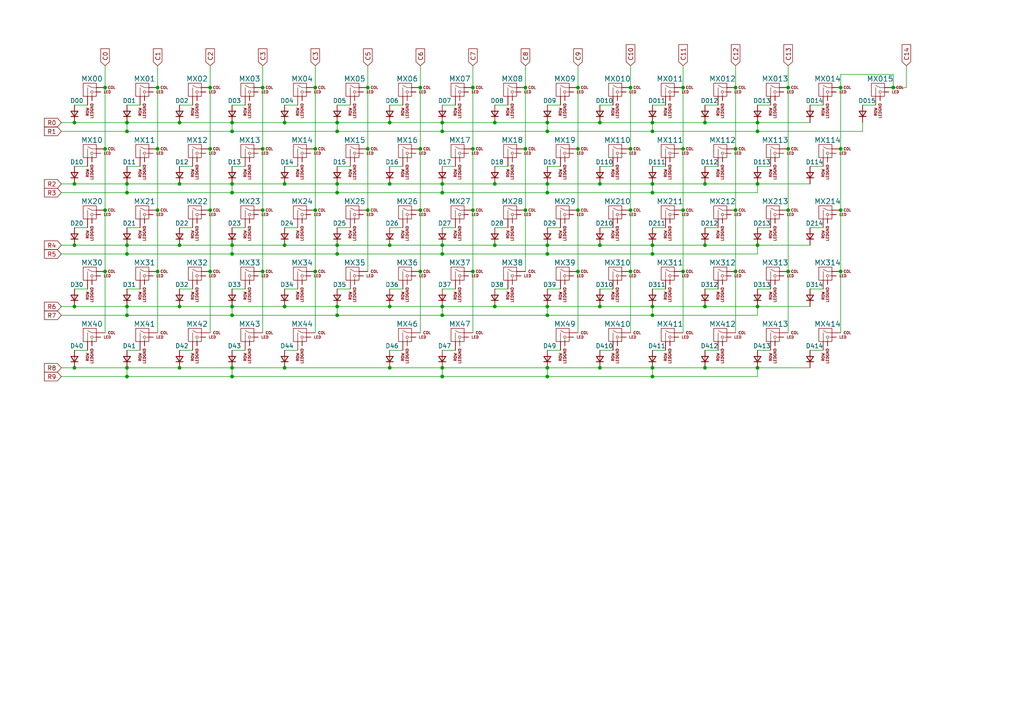
<source format=kicad_sch>
(kicad_sch (version 20211123) (generator eeschema)
  (paper "A4")
  (lib_symbols
    (symbol "Device:D_Small" (pin_numbers hide) (pin_names (offset 0.254) hide)
      (property "Reference" "D" (at -1.27 2.032 0))
      (property "Value" "D_Small" (at -3.81 -2.032 0))
      (symbol "D_Small_0_1"
        (polyline (pts (xy -0.762 -1.016) (xy -0.762 1.016)) (stroke (width 0.254)))
        (polyline (pts (xy -0.762 0) (xy 0.762 0)))
        (polyline (pts (xy 0.762 -1.016) (xy -0.762 0) (xy 0.762 1.016) (xy 0.762 -1.016)) (stroke (width 0.254)))
      )
      (symbol "D_Small_1_1"
        (pin passive line (at -2.54 0 0) (length 1.778) (name "K") (number "1"))
        (pin passive line (at 2.54 0 180) (length 1.778) (name "A") (number "2"))
      )
    )
    (symbol "MX_Alps_Hybrid:MX-LED" (pin_names (offset 1.016))
      (property "Reference" "MX" (at -0.635 3.81 0))
      (property "Value" "MX-LED" (at -0.635 1.27 0))
      (symbol "MX-LED_0_0"
        (rectangle (start -2.54 2.54) (end 1.27 -1.27))
        (polyline (pts (xy -1.27 -1.27) (xy -1.27 1.27)) (stroke (width 0.127)))
        (polyline (pts (xy 0 -1.27) (xy 0 -0.635)) (stroke (width 0.127)))
        (polyline (pts (xy 1.27 0) (xy 0.635 0)) (stroke (width 0.127)))
        (polyline (pts (xy 1.27 1.27) (xy 0 1.27) (xy -1.27 1.905)) (stroke (width 0.127)))
        (circle (center 0 0) (radius 0.3556) (stroke (width 0.127)))
        (text "COL" (at 5.715 1.27 0) (effects (font (size 0.762 0.762))))
        (text "LED" (at 4.445 0 0) (effects (font (size 0.762 0.762))))
        (text "ROW" (at -1.27 -4.445 900) (effects (font (size 0.762 0.762)) (justify right)))
      )
      (symbol "MX-LED_1_0"
        (text "LEDGND" (at 0 -3.175 900) (effects (font (size 0.762 0.762)) (justify right)))
      )
      (symbol "MX-LED_1_1"
        (pin passive line (at 3.81 1.27 180) (length 2.54) (name "COL") (number "1"))
        (pin passive line (at -1.27 -3.81 90) (length 2.54) (name "ROW") (number "2"))
        (pin input line (at 2.54 0 180) (length 1.27) (name "LED") (number "3"))
        (pin passive line (at 0 -2.54 90) (length 1.27) (name "LEDGND") (number "4"))
      )
    )
  )
  (junction (at 204.47 53.34))
  (junction (at 189.23 35.56))
  (junction (at 128.27 106.68))
  (junction (at 158.75 88.9))
  (junction (at 91.44 43.18))
  (junction (at 76.2 60.96))
  (junction (at 91.44 78.74))
  (junction (at 189.23 71.12))
  (junction (at 198.12 60.96))
  (junction (at 60.96 60.96))
  (junction (at 158.75 91.44))
  (junction (at 173.99 106.68))
  (junction (at 189.23 88.9))
  (junction (at 91.44 25.4))
  (junction (at 228.6 25.4))
  (junction (at 219.71 106.68))
  (junction (at 152.4 43.18))
  (junction (at 128.27 88.9))
  (junction (at 52.07 35.56))
  (junction (at 45.72 78.74))
  (junction (at 113.03 71.12))
  (junction (at 128.27 109.22))
  (junction (at 158.75 53.34))
  (junction (at 198.12 78.74))
  (junction (at 113.03 35.56))
  (junction (at 198.12 43.18))
  (junction (at 173.99 35.56))
  (junction (at 67.31 71.12))
  (junction (at 189.23 109.22))
  (junction (at 21.59 71.12))
  (junction (at 137.16 43.18))
  (junction (at 158.75 106.68))
  (junction (at 173.99 53.34))
  (junction (at 97.79 71.12))
  (junction (at 128.27 73.66))
  (junction (at 143.51 71.12))
  (junction (at 67.31 38.1))
  (junction (at 158.75 109.22))
  (junction (at 158.75 35.56))
  (junction (at 189.23 106.68))
  (junction (at 213.36 25.4))
  (junction (at 182.88 43.18))
  (junction (at 52.07 53.34))
  (junction (at 113.03 88.9))
  (junction (at 113.03 106.68))
  (junction (at 97.79 53.34))
  (junction (at 36.83 35.56))
  (junction (at 21.59 88.9))
  (junction (at 67.31 35.56))
  (junction (at 30.48 60.96))
  (junction (at 167.64 43.18))
  (junction (at 243.84 60.96))
  (junction (at 204.47 35.56))
  (junction (at 219.71 71.12))
  (junction (at 219.71 35.56))
  (junction (at 243.84 25.4))
  (junction (at 82.55 88.9))
  (junction (at 259.08 25.4))
  (junction (at 67.31 91.44))
  (junction (at 36.83 55.88))
  (junction (at 67.31 88.9))
  (junction (at 182.88 78.74))
  (junction (at 106.68 25.4))
  (junction (at 97.79 91.44))
  (junction (at 67.31 55.88))
  (junction (at 143.51 88.9))
  (junction (at 173.99 88.9))
  (junction (at 121.92 78.74))
  (junction (at 137.16 60.96))
  (junction (at 158.75 38.1))
  (junction (at 143.51 53.34))
  (junction (at 67.31 53.34))
  (junction (at 121.92 25.4))
  (junction (at 204.47 71.12))
  (junction (at 36.83 71.12))
  (junction (at 113.03 53.34))
  (junction (at 30.48 25.4))
  (junction (at 228.6 43.18))
  (junction (at 36.83 53.34))
  (junction (at 128.27 53.34))
  (junction (at 182.88 25.4))
  (junction (at 67.31 109.22))
  (junction (at 219.71 38.1))
  (junction (at 82.55 106.68))
  (junction (at 60.96 25.4))
  (junction (at 45.72 43.18))
  (junction (at 128.27 71.12))
  (junction (at 152.4 25.4))
  (junction (at 36.83 91.44))
  (junction (at 198.12 25.4))
  (junction (at 36.83 106.68))
  (junction (at 167.64 78.74))
  (junction (at 128.27 38.1))
  (junction (at 97.79 35.56))
  (junction (at 30.48 43.18))
  (junction (at 52.07 106.68))
  (junction (at 21.59 106.68))
  (junction (at 82.55 71.12))
  (junction (at 67.31 106.68))
  (junction (at 30.48 78.74))
  (junction (at 143.51 35.56))
  (junction (at 97.79 73.66))
  (junction (at 121.92 43.18))
  (junction (at 36.83 88.9))
  (junction (at 76.2 25.4))
  (junction (at 213.36 78.74))
  (junction (at 21.59 35.56))
  (junction (at 60.96 43.18))
  (junction (at 97.79 55.88))
  (junction (at 128.27 55.88))
  (junction (at 158.75 55.88))
  (junction (at 167.64 25.4))
  (junction (at 182.88 60.96))
  (junction (at 97.79 88.9))
  (junction (at 67.31 73.66))
  (junction (at 152.4 60.96))
  (junction (at 167.64 60.96))
  (junction (at 106.68 60.96))
  (junction (at 76.2 78.74))
  (junction (at 128.27 91.44))
  (junction (at 219.71 53.34))
  (junction (at 36.83 109.22))
  (junction (at 204.47 88.9))
  (junction (at 60.96 78.74))
  (junction (at 189.23 73.66))
  (junction (at 204.47 106.68))
  (junction (at 213.36 60.96))
  (junction (at 52.07 88.9))
  (junction (at 82.55 35.56))
  (junction (at 36.83 38.1))
  (junction (at 243.84 78.74))
  (junction (at 106.68 43.18))
  (junction (at 189.23 53.34))
  (junction (at 121.92 60.96))
  (junction (at 52.07 71.12))
  (junction (at 158.75 73.66))
  (junction (at 189.23 55.88))
  (junction (at 228.6 78.74))
  (junction (at 219.71 88.9))
  (junction (at 137.16 25.4))
  (junction (at 173.99 71.12))
  (junction (at 189.23 38.1))
  (junction (at 158.75 71.12))
  (junction (at 45.72 25.4))
  (junction (at 76.2 43.18))
  (junction (at 21.59 53.34))
  (junction (at 243.84 43.18))
  (junction (at 228.6 60.96))
  (junction (at 189.23 91.44))
  (junction (at 82.55 53.34))
  (junction (at 137.16 78.74))
  (junction (at 36.83 73.66))
  (junction (at 45.72 60.96))
  (junction (at 91.44 60.96))
  (junction (at 128.27 35.56))
  (junction (at 213.36 43.18))
  (junction (at 97.79 38.1))
  (wire (pts (xy 147.32 66.04) (xy 143.51 66.04)))
  (wire (pts (xy 21.59 30.48) (xy 25.4 30.48)))
  (wire (pts (xy 40.64 48.26) (xy 36.83 48.26)))
  (wire (pts (xy 158.75 38.1) (xy 189.23 38.1)))
  (wire (pts (xy 137.16 19.05) (xy 137.16 25.4)))
  (wire (pts (xy 128.27 106.68) (xy 128.27 109.22)))
  (wire (pts (xy 36.83 38.1) (xy 67.31 38.1)))
  (wire (pts (xy 55.88 66.04) (xy 52.07 66.04)))
  (wire (pts (xy 67.31 109.22) (xy 128.27 109.22)))
  (wire (pts (xy 67.31 91.44) (xy 97.79 91.44)))
  (wire (pts (xy 254 30.48) (xy 250.19 30.48)))
  (wire (pts (xy 177.8 30.48) (xy 173.99 30.48)))
  (wire (pts (xy 189.23 35.56) (xy 189.23 38.1)))
  (wire (pts (xy 116.84 101.6) (xy 113.03 101.6)))
  (wire (pts (xy 40.64 66.04) (xy 36.83 66.04)))
  (wire (pts (xy 189.23 88.9) (xy 204.47 88.9)))
  (wire (pts (xy 21.59 106.68) (xy 36.83 106.68)))
  (wire (pts (xy 17.78 91.44) (xy 36.83 91.44)))
  (wire (pts (xy 36.83 91.44) (xy 67.31 91.44)))
  (wire (pts (xy 173.99 35.56) (xy 189.23 35.56)))
  (wire (pts (xy 143.51 53.34) (xy 158.75 53.34)))
  (wire (pts (xy 167.64 78.74) (xy 167.64 96.52)))
  (wire (pts (xy 91.44 19.05) (xy 91.44 25.4)))
  (wire (pts (xy 243.84 21.59) (xy 259.08 21.59)))
  (wire (pts (xy 17.78 38.1) (xy 36.83 38.1)))
  (wire (pts (xy 189.23 53.34) (xy 189.23 55.88)))
  (wire (pts (xy 60.96 19.05) (xy 60.96 25.4)))
  (wire (pts (xy 106.68 43.18) (xy 106.68 60.96)))
  (wire (pts (xy 67.31 35.56) (xy 82.55 35.56)))
  (wire (pts (xy 189.23 106.68) (xy 204.47 106.68)))
  (wire (pts (xy 143.51 71.12) (xy 158.75 71.12)))
  (wire (pts (xy 158.75 106.68) (xy 173.99 106.68)))
  (wire (pts (xy 67.31 35.56) (xy 67.31 38.1)))
  (wire (pts (xy 60.96 25.4) (xy 60.96 43.18)))
  (wire (pts (xy 128.27 71.12) (xy 128.27 73.66)))
  (wire (pts (xy 121.92 19.05) (xy 121.92 25.4)))
  (wire (pts (xy 219.71 53.34) (xy 234.95 53.34)))
  (wire (pts (xy 208.28 66.04) (xy 204.47 66.04)))
  (wire (pts (xy 67.31 73.66) (xy 97.79 73.66)))
  (wire (pts (xy 193.04 30.48) (xy 189.23 30.48)))
  (wire (pts (xy 177.8 48.26) (xy 173.99 48.26)))
  (wire (pts (xy 121.92 43.18) (xy 121.92 60.96)))
  (wire (pts (xy 67.31 106.68) (xy 67.31 109.22)))
  (wire (pts (xy 86.36 30.48) (xy 82.55 30.48)))
  (wire (pts (xy 167.64 25.4) (xy 167.64 43.18)))
  (wire (pts (xy 158.75 91.44) (xy 189.23 91.44)))
  (wire (pts (xy 60.96 43.18) (xy 60.96 60.96)))
  (wire (pts (xy 101.6 83.82) (xy 97.79 83.82)))
  (wire (pts (xy 198.12 25.4) (xy 198.12 43.18)))
  (wire (pts (xy 116.84 30.48) (xy 113.03 30.48)))
  (wire (pts (xy 219.71 71.12) (xy 219.71 73.66)))
  (wire (pts (xy 45.72 78.74) (xy 45.72 96.52)))
  (wire (pts (xy 25.4 66.04) (xy 21.59 66.04)))
  (wire (pts (xy 128.27 53.34) (xy 128.27 55.88)))
  (wire (pts (xy 91.44 43.18) (xy 91.44 60.96)))
  (wire (pts (xy 143.51 88.9) (xy 158.75 88.9)))
  (wire (pts (xy 158.75 35.56) (xy 173.99 35.56)))
  (wire (pts (xy 21.59 88.9) (xy 36.83 88.9)))
  (wire (pts (xy 189.23 106.68) (xy 189.23 109.22)))
  (wire (pts (xy 97.79 88.9) (xy 97.79 91.44)))
  (wire (pts (xy 219.71 35.56) (xy 234.95 35.56)))
  (wire (pts (xy 189.23 71.12) (xy 189.23 73.66)))
  (wire (pts (xy 208.28 48.26) (xy 204.47 48.26)))
  (wire (pts (xy 137.16 78.74) (xy 137.16 96.52)))
  (wire (pts (xy 91.44 25.4) (xy 91.44 43.18)))
  (wire (pts (xy 259.08 21.59) (xy 259.08 25.4)))
  (wire (pts (xy 198.12 43.18) (xy 198.12 60.96)))
  (wire (pts (xy 21.59 53.34) (xy 36.83 53.34)))
  (wire (pts (xy 36.83 88.9) (xy 52.07 88.9)))
  (wire (pts (xy 143.51 35.56) (xy 158.75 35.56)))
  (wire (pts (xy 219.71 71.12) (xy 234.95 71.12)))
  (wire (pts (xy 67.31 38.1) (xy 97.79 38.1)))
  (wire (pts (xy 121.92 60.96) (xy 121.92 78.74)))
  (wire (pts (xy 173.99 71.12) (xy 189.23 71.12)))
  (wire (pts (xy 113.03 53.34) (xy 128.27 53.34)))
  (wire (pts (xy 158.75 88.9) (xy 158.75 91.44)))
  (wire (pts (xy 71.12 101.6) (xy 67.31 101.6)))
  (wire (pts (xy 250.19 35.56) (xy 250.19 38.1)))
  (wire (pts (xy 128.27 71.12) (xy 143.51 71.12)))
  (wire (pts (xy 128.27 109.22) (xy 158.75 109.22)))
  (wire (pts (xy 189.23 91.44) (xy 219.71 91.44)))
  (wire (pts (xy 17.78 88.9) (xy 21.59 88.9)))
  (wire (pts (xy 162.56 83.82) (xy 158.75 83.82)))
  (wire (pts (xy 55.88 83.82) (xy 52.07 83.82)))
  (wire (pts (xy 36.83 53.34) (xy 36.83 55.88)))
  (wire (pts (xy 243.84 43.18) (xy 243.84 60.96)))
  (wire (pts (xy 243.84 25.4) (xy 243.84 43.18)))
  (wire (pts (xy 121.92 78.74) (xy 121.92 96.52)))
  (wire (pts (xy 158.75 55.88) (xy 189.23 55.88)))
  (wire (pts (xy 45.72 60.96) (xy 45.72 78.74)))
  (wire (pts (xy 97.79 38.1) (xy 128.27 38.1)))
  (wire (pts (xy 67.31 106.68) (xy 82.55 106.68)))
  (wire (pts (xy 189.23 71.12) (xy 204.47 71.12)))
  (wire (pts (xy 113.03 88.9) (xy 128.27 88.9)))
  (wire (pts (xy 71.12 83.82) (xy 67.31 83.82)))
  (wire (pts (xy 177.8 66.04) (xy 173.99 66.04)))
  (wire (pts (xy 208.28 83.82) (xy 204.47 83.82)))
  (wire (pts (xy 45.72 19.05) (xy 45.72 25.4)))
  (wire (pts (xy 193.04 48.26) (xy 189.23 48.26)))
  (wire (pts (xy 219.71 106.68) (xy 219.71 109.22)))
  (wire (pts (xy 182.88 43.18) (xy 182.88 60.96)))
  (wire (pts (xy 113.03 35.56) (xy 128.27 35.56)))
  (wire (pts (xy 162.56 30.48) (xy 158.75 30.48)))
  (wire (pts (xy 21.59 71.12) (xy 36.83 71.12)))
  (wire (pts (xy 147.32 30.48) (xy 143.51 30.48)))
  (wire (pts (xy 36.83 73.66) (xy 67.31 73.66)))
  (wire (pts (xy 67.31 53.34) (xy 82.55 53.34)))
  (wire (pts (xy 36.83 55.88) (xy 67.31 55.88)))
  (wire (pts (xy 189.23 88.9) (xy 189.23 91.44)))
  (wire (pts (xy 128.27 91.44) (xy 158.75 91.44)))
  (wire (pts (xy 219.71 53.34) (xy 219.71 55.88)))
  (wire (pts (xy 132.08 30.48) (xy 128.27 30.48)))
  (wire (pts (xy 238.76 66.04) (xy 234.95 66.04)))
  (wire (pts (xy 17.78 73.66) (xy 36.83 73.66)))
  (wire (pts (xy 223.52 30.48) (xy 219.71 30.48)))
  (wire (pts (xy 204.47 71.12) (xy 219.71 71.12)))
  (wire (pts (xy 36.83 71.12) (xy 52.07 71.12)))
  (wire (pts (xy 97.79 73.66) (xy 128.27 73.66)))
  (wire (pts (xy 243.84 21.59) (xy 243.84 25.4)))
  (wire (pts (xy 162.56 66.04) (xy 158.75 66.04)))
  (wire (pts (xy 71.12 48.26) (xy 67.31 48.26)))
  (wire (pts (xy 97.79 71.12) (xy 113.03 71.12)))
  (wire (pts (xy 228.6 19.05) (xy 228.6 25.4)))
  (wire (pts (xy 128.27 35.56) (xy 143.51 35.56)))
  (wire (pts (xy 45.72 25.4) (xy 45.72 43.18)))
  (wire (pts (xy 30.48 19.05) (xy 30.48 25.4)))
  (wire (pts (xy 25.4 101.6) (xy 21.59 101.6)))
  (wire (pts (xy 219.71 88.9) (xy 219.71 91.44)))
  (wire (pts (xy 189.23 55.88) (xy 219.71 55.88)))
  (wire (pts (xy 167.64 43.18) (xy 167.64 60.96)))
  (wire (pts (xy 128.27 88.9) (xy 143.51 88.9)))
  (wire (pts (xy 40.64 83.82) (xy 36.83 83.82)))
  (wire (pts (xy 213.36 19.05) (xy 213.36 25.4)))
  (wire (pts (xy 128.27 55.88) (xy 158.75 55.88)))
  (wire (pts (xy 76.2 43.18) (xy 76.2 60.96)))
  (wire (pts (xy 223.52 48.26) (xy 219.71 48.26)))
  (wire (pts (xy 52.07 35.56) (xy 67.31 35.56)))
  (wire (pts (xy 101.6 66.04) (xy 97.79 66.04)))
  (wire (pts (xy 132.08 66.04) (xy 128.27 66.04)))
  (wire (pts (xy 52.07 71.12) (xy 67.31 71.12)))
  (wire (pts (xy 36.83 88.9) (xy 36.83 91.44)))
  (wire (pts (xy 193.04 101.6) (xy 189.23 101.6)))
  (wire (pts (xy 182.88 60.96) (xy 182.88 78.74)))
  (wire (pts (xy 76.2 25.4) (xy 76.2 43.18)))
  (wire (pts (xy 116.84 66.04) (xy 113.03 66.04)))
  (wire (pts (xy 82.55 88.9) (xy 97.79 88.9)))
  (wire (pts (xy 30.48 25.4) (xy 30.48 43.18)))
  (wire (pts (xy 91.44 78.74) (xy 91.44 96.52)))
  (wire (pts (xy 228.6 43.18) (xy 228.6 60.96)))
  (wire (pts (xy 82.55 53.34) (xy 97.79 53.34)))
  (wire (pts (xy 219.71 106.68) (xy 234.95 106.68)))
  (wire (pts (xy 67.31 88.9) (xy 82.55 88.9)))
  (wire (pts (xy 113.03 71.12) (xy 128.27 71.12)))
  (wire (pts (xy 101.6 48.26) (xy 97.79 48.26)))
  (wire (pts (xy 36.83 109.22) (xy 67.31 109.22)))
  (wire (pts (xy 128.27 38.1) (xy 158.75 38.1)))
  (wire (pts (xy 60.96 60.96) (xy 60.96 78.74)))
  (wire (pts (xy 137.16 25.4) (xy 137.16 43.18)))
  (wire (pts (xy 30.48 60.96) (xy 30.48 78.74)))
  (wire (pts (xy 147.32 48.26) (xy 143.51 48.26)))
  (wire (pts (xy 213.36 78.74) (xy 213.36 96.52)))
  (wire (pts (xy 52.07 53.34) (xy 67.31 53.34)))
  (wire (pts (xy 262.89 19.05) (xy 262.89 25.4)))
  (wire (pts (xy 36.83 35.56) (xy 52.07 35.56)))
  (wire (pts (xy 97.79 53.34) (xy 97.79 55.88)))
  (wire (pts (xy 132.08 101.6) (xy 128.27 101.6)))
  (wire (pts (xy 36.83 71.12) (xy 36.83 73.66)))
  (wire (pts (xy 193.04 83.82) (xy 189.23 83.82)))
  (wire (pts (xy 189.23 35.56) (xy 204.47 35.56)))
  (wire (pts (xy 21.59 35.56) (xy 36.83 35.56)))
  (wire (pts (xy 173.99 106.68) (xy 189.23 106.68)))
  (wire (pts (xy 223.52 101.6) (xy 219.71 101.6)))
  (wire (pts (xy 128.27 53.34) (xy 143.51 53.34)))
  (wire (pts (xy 86.36 83.82) (xy 82.55 83.82)))
  (wire (pts (xy 204.47 53.34) (xy 219.71 53.34)))
  (wire (pts (xy 158.75 71.12) (xy 173.99 71.12)))
  (wire (pts (xy 52.07 88.9) (xy 67.31 88.9)))
  (wire (pts (xy 132.08 48.26) (xy 128.27 48.26)))
  (wire (pts (xy 67.31 55.88) (xy 97.79 55.88)))
  (wire (pts (xy 204.47 106.68) (xy 219.71 106.68)))
  (wire (pts (xy 238.76 48.26) (xy 234.95 48.26)))
  (wire (pts (xy 55.88 101.6) (xy 52.07 101.6)))
  (wire (pts (xy 97.79 91.44) (xy 128.27 91.44)))
  (wire (pts (xy 36.83 35.56) (xy 36.83 38.1)))
  (wire (pts (xy 40.64 30.48) (xy 36.83 30.48)))
  (wire (pts (xy 97.79 55.88) (xy 128.27 55.88)))
  (wire (pts (xy 223.52 66.04) (xy 219.71 66.04)))
  (wire (pts (xy 182.88 78.74) (xy 182.88 96.52)))
  (wire (pts (xy 228.6 78.74) (xy 228.6 96.52)))
  (wire (pts (xy 86.36 48.26) (xy 82.55 48.26)))
  (wire (pts (xy 55.88 48.26) (xy 52.07 48.26)))
  (wire (pts (xy 228.6 60.96) (xy 228.6 78.74)))
  (wire (pts (xy 128.27 106.68) (xy 158.75 106.68)))
  (wire (pts (xy 189.23 109.22) (xy 219.71 109.22)))
  (wire (pts (xy 97.79 53.34) (xy 113.03 53.34)))
  (wire (pts (xy 152.4 43.18) (xy 152.4 60.96)))
  (wire (pts (xy 158.75 73.66) (xy 189.23 73.66)))
  (wire (pts (xy 25.4 83.82) (xy 21.59 83.82)))
  (wire (pts (xy 30.48 78.74) (xy 30.48 96.52)))
  (wire (pts (xy 223.52 83.82) (xy 219.71 83.82)))
  (wire (pts (xy 128.27 88.9) (xy 128.27 91.44)))
  (wire (pts (xy 128.27 35.56) (xy 128.27 38.1)))
  (wire (pts (xy 189.23 53.34) (xy 204.47 53.34)))
  (wire (pts (xy 121.92 25.4) (xy 121.92 43.18)))
  (wire (pts (xy 67.31 71.12) (xy 67.31 73.66)))
  (wire (pts (xy 162.56 48.26) (xy 158.75 48.26)))
  (wire (pts (xy 182.88 19.05) (xy 182.88 25.4)))
  (wire (pts (xy 128.27 73.66) (xy 158.75 73.66)))
  (wire (pts (xy 67.31 71.12) (xy 82.55 71.12)))
  (wire (pts (xy 36.83 106.68) (xy 36.83 109.22)))
  (wire (pts (xy 30.48 43.18) (xy 30.48 60.96)))
  (wire (pts (xy 219.71 35.56) (xy 219.71 38.1)))
  (wire (pts (xy 158.75 71.12) (xy 158.75 73.66)))
  (wire (pts (xy 158.75 88.9) (xy 173.99 88.9)))
  (wire (pts (xy 158.75 53.34) (xy 158.75 55.88)))
  (wire (pts (xy 152.4 25.4) (xy 152.4 43.18)))
  (wire (pts (xy 71.12 66.04) (xy 67.31 66.04)))
  (wire (pts (xy 106.68 60.96) (xy 106.68 78.74)))
  (wire (pts (xy 193.04 66.04) (xy 189.23 66.04)))
  (wire (pts (xy 17.78 55.88) (xy 36.83 55.88)))
  (wire (pts (xy 238.76 83.82) (xy 234.95 83.82)))
  (wire (pts (xy 213.36 25.4) (xy 213.36 43.18)))
  (wire (pts (xy 36.83 53.34) (xy 52.07 53.34)))
  (wire (pts (xy 132.08 83.82) (xy 128.27 83.82)))
  (wire (pts (xy 189.23 73.66) (xy 219.71 73.66)))
  (wire (pts (xy 158.75 35.56) (xy 158.75 38.1)))
  (wire (pts (xy 243.84 60.96) (xy 243.84 78.74)))
  (wire (pts (xy 162.56 101.6) (xy 158.75 101.6)))
  (wire (pts (xy 106.68 19.05) (xy 106.68 25.4)))
  (wire (pts (xy 17.78 109.22) (xy 36.83 109.22)))
  (wire (pts (xy 228.6 25.4) (xy 228.6 43.18)))
  (wire (pts (xy 106.68 25.4) (xy 106.68 43.18)))
  (wire (pts (xy 97.79 35.56) (xy 97.79 38.1)))
  (wire (pts (xy 97.79 88.9) (xy 113.03 88.9)))
  (wire (pts (xy 17.78 35.56) (xy 21.59 35.56)))
  (wire (pts (xy 204.47 88.9) (xy 219.71 88.9)))
  (wire (pts (xy 173.99 88.9) (xy 189.23 88.9)))
  (wire (pts (xy 76.2 78.74) (xy 76.2 96.52)))
  (wire (pts (xy 173.99 53.34) (xy 189.23 53.34)))
  (wire (pts (xy 25.4 48.26) (xy 21.59 48.26)))
  (wire (pts (xy 17.78 53.34) (xy 21.59 53.34)))
  (wire (pts (xy 167.64 19.05) (xy 167.64 25.4)))
  (wire (pts (xy 91.44 60.96) (xy 91.44 78.74)))
  (wire (pts (xy 259.08 25.4) (xy 262.89 25.4)))
  (wire (pts (xy 17.78 71.12) (xy 21.59 71.12)))
  (wire (pts (xy 219.71 38.1) (xy 250.19 38.1)))
  (wire (pts (xy 167.64 60.96) (xy 167.64 78.74)))
  (wire (pts (xy 113.03 106.68) (xy 128.27 106.68)))
  (wire (pts (xy 208.28 30.48) (xy 204.47 30.48)))
  (wire (pts (xy 82.55 106.68) (xy 113.03 106.68)))
  (wire (pts (xy 55.88 30.48) (xy 52.07 30.48)))
  (wire (pts (xy 76.2 19.05) (xy 76.2 25.4)))
  (wire (pts (xy 204.47 35.56) (xy 219.71 35.56)))
  (wire (pts (xy 97.79 71.12) (xy 97.79 73.66)))
  (wire (pts (xy 17.78 106.68) (xy 21.59 106.68)))
  (wire (pts (xy 82.55 71.12) (xy 97.79 71.12)))
  (wire (pts (xy 213.36 60.96) (xy 213.36 78.74)))
  (wire (pts (xy 67.31 53.34) (xy 67.31 55.88)))
  (wire (pts (xy 116.84 83.82) (xy 113.03 83.82)))
  (wire (pts (xy 67.31 88.9) (xy 67.31 91.44)))
  (wire (pts (xy 213.36 43.18) (xy 213.36 60.96)))
  (wire (pts (xy 116.84 48.26) (xy 113.03 48.26)))
  (wire (pts (xy 238.76 101.6) (xy 234.95 101.6)))
  (wire (pts (xy 238.76 30.48) (xy 234.95 30.48)))
  (wire (pts (xy 76.2 60.96) (xy 76.2 78.74)))
  (wire (pts (xy 219.71 88.9) (xy 234.95 88.9)))
  (wire (pts (xy 158.75 53.34) (xy 173.99 53.34)))
  (wire (pts (xy 52.07 106.68) (xy 67.31 106.68)))
  (wire (pts (xy 177.8 83.82) (xy 173.99 83.82)))
  (wire (pts (xy 82.55 35.56) (xy 97.79 35.56)))
  (wire (pts (xy 177.8 101.6) (xy 173.99 101.6)))
  (wire (pts (xy 101.6 30.48) (xy 97.79 30.48)))
  (wire (pts (xy 137.16 60.96) (xy 137.16 78.74)))
  (wire (pts (xy 40.64 101.6) (xy 36.83 101.6)))
  (wire (pts (xy 97.79 35.56) (xy 113.03 35.56)))
  (wire (pts (xy 147.32 83.82) (xy 143.51 83.82)))
  (wire (pts (xy 208.28 101.6) (xy 204.47 101.6)))
  (wire (pts (xy 243.84 78.74) (xy 243.84 96.52)))
  (wire (pts (xy 152.4 19.05) (xy 152.4 25.4)))
  (wire (pts (xy 158.75 109.22) (xy 189.23 109.22)))
  (wire (pts (xy 86.36 66.04) (xy 82.55 66.04)))
  (wire (pts (xy 86.36 101.6) (xy 82.55 101.6)))
  (wire (pts (xy 45.72 43.18) (xy 45.72 60.96)))
  (wire (pts (xy 182.88 25.4) (xy 182.88 43.18)))
  (wire (pts (xy 60.96 78.74) (xy 60.96 96.52)))
  (wire (pts (xy 152.4 60.96) (xy 152.4 78.74)))
  (wire (pts (xy 36.83 106.68) (xy 52.07 106.68)))
  (wire (pts (xy 137.16 43.18) (xy 137.16 60.96)))
  (wire (pts (xy 71.12 30.48) (xy 67.31 30.48)))
  (wire (pts (xy 189.23 38.1) (xy 219.71 38.1)))
  (wire (pts (xy 158.75 106.68) (xy 158.75 109.22)))
  (wire (pts (xy 198.12 78.74) (xy 198.12 96.52)))
  (wire (pts (xy 198.12 19.05) (xy 198.12 25.4)))
  (wire (pts (xy 198.12 60.96) (xy 198.12 78.74)))
  (global_label "C12" (shape input) (at 213.36 19.05 90) (property "Intersheet References" "${INTERSHEET_REFS}" (effects hide)))
  (global_label "C9" (shape input) (at 167.64 19.05 90) (property "Intersheet References" "${INTERSHEET_REFS}" (effects hide)))
  (global_label "C5" (shape input) (at 106.68 19.05 90) (property "Intersheet References" "${INTERSHEET_REFS}" (effects hide)))
  (global_label "R9" (shape input) (at 17.78 109.22 180) (property "Intersheet References" "${INTERSHEET_REFS}" (effects hide)))
  (global_label "C14" (shape input) (at 262.89 19.05 90) (property "Intersheet References" "${INTERSHEET_REFS}" (effects hide)))
  (global_label "C2" (shape input) (at 60.96 19.05 90) (property "Intersheet References" "${INTERSHEET_REFS}" (effects hide)))
  (global_label "R8" (shape input) (at 17.78 106.68 180) (property "Intersheet References" "${INTERSHEET_REFS}" (effects hide)))
  (global_label "R7" (shape input) (at 17.78 91.44 180) (property "Intersheet References" "${INTERSHEET_REFS}" (effects hide)))
  (global_label "R5" (shape input) (at 17.78 73.66 180) (property "Intersheet References" "${INTERSHEET_REFS}" (effects hide)))
  (global_label "R3" (shape input) (at 17.78 55.88 180) (property "Intersheet References" "${INTERSHEET_REFS}" (effects hide)))
  (global_label "C3" (shape input) (at 76.2 19.05 90) (property "Intersheet References" "${INTERSHEET_REFS}" (effects hide)))
  (global_label "C10" (shape input) (at 182.88 19.05 90) (property "Intersheet References" "${INTERSHEET_REFS}" (effects hide)))
  (global_label "R4" (shape input) (at 17.78 71.12 180) (property "Intersheet References" "${INTERSHEET_REFS}" (effects hide)))
  (global_label "R0" (shape input) (at 17.78 35.56 180) (property "Intersheet References" "${INTERSHEET_REFS}" (effects hide)))
  (global_label "C3" (shape input) (at 91.44 19.05 90) (property "Intersheet References" "${INTERSHEET_REFS}" (effects hide)))
  (global_label "C1" (shape input) (at 45.72 19.05 90) (property "Intersheet References" "${INTERSHEET_REFS}" (effects hide)))
  (global_label "R6" (shape input) (at 17.78 88.9 180) (property "Intersheet References" "${INTERSHEET_REFS}" (effects hide)))
  (global_label "C11" (shape input) (at 198.12 19.05 90) (property "Intersheet References" "${INTERSHEET_REFS}" (effects hide)))
  (global_label "C0" (shape input) (at 30.48 19.05 90) (property "Intersheet References" "${INTERSHEET_REFS}" (effects hide)))
  (global_label "C6" (shape input) (at 121.92 19.05 90) (property "Intersheet References" "${INTERSHEET_REFS}" (effects hide)))
  (global_label "C7" (shape input) (at 137.16 19.05 90) (property "Intersheet References" "${INTERSHEET_REFS}" (effects hide)))
  (global_label "C13" (shape input) (at 228.6 19.05 90) (property "Intersheet References" "${INTERSHEET_REFS}" (effects hide)))
  (global_label "R2" (shape input) (at 17.78 53.34 180) (property "Intersheet References" "${INTERSHEET_REFS}" (effects hide)))
  (global_label "C8" (shape input) (at 152.4 19.05 90) (property "Intersheet References" "${INTERSHEET_REFS}" (effects hide)))
  (global_label "R1" (shape input) (at 17.78 38.1 180) (property "Intersheet References" "${INTERSHEET_REFS}" (effects hide)))
  (symbol (lib_id "Device:D_Small") (at 21.59 104.14 90) (unit 1)
    (property "Reference" "D40" (at 20.32 100.33 90) (effects (justify right)))
    (property "Value" "D_Small" (effects hide))
  )
  (symbol (lib_id "MX_Alps_Hybrid:MX-LED") (at 41.91 80.01 0) (unit 1)
    (property "Reference" "MX31" (at 41.91 76.2 0) (effects (font (size 1.524 1.524))))
    (property "Value" "MX-LED" (effects hide))
  )
  (symbol (lib_id "MX_Alps_Hybrid:MX-LED") (at 87.63 44.45 0) (unit 1)
    (property "Reference" "MX14" (at 87.63 40.64 0) (effects (font (size 1.524 1.524))))
    (property "Value" "MX-LED" (effects hide))
  )
  (symbol (lib_id "Device:D_Small") (at 128.27 104.14 90) (unit 1)
    (property "Reference" "D47" (at 127 100.33 90) (effects (justify right)))
    (property "Value" "D_Small" (effects hide))
  )
  (symbol (lib_id "MX_Alps_Hybrid:MX-LED") (at 240.03 44.45 0) (unit 1)
    (property "Reference" "MX114" (at 240.03 40.64 0) (effects (font (size 1.524 1.524))))
    (property "Value" "MX-LED" (effects hide))
  )
  (symbol (lib_id "MX_Alps_Hybrid:MX-LED") (at 148.59 62.23 0) (unit 1)
    (property "Reference" "MX28" (at 148.59 58.42 0) (effects (font (size 1.524 1.524))))
    (property "Value" "MX-LED" (effects hide))
  )
  (symbol (lib_id "MX_Alps_Hybrid:MX-LED") (at 163.83 44.45 0) (unit 1)
    (property "Reference" "MX19" (at 163.83 40.64 0) (effects (font (size 1.524 1.524))))
    (property "Value" "MX-LED" (effects hide))
  )
  (symbol (lib_id "Device:D_Small") (at 173.99 33.02 90) (unit 1)
    (property "Reference" "D010" (at 172.72 29.21 90) (effects (justify right)))
    (property "Value" "D_Small" (effects hide))
  )
  (symbol (lib_id "MX_Alps_Hybrid:MX-LED") (at 194.31 80.01 0) (unit 1)
    (property "Reference" "MX311" (at 194.31 76.2 0) (effects (font (size 1.524 1.524))))
    (property "Value" "MX-LED" (effects hide))
  )
  (symbol (lib_id "Device:D_Small") (at 128.27 33.02 90) (unit 1)
    (property "Reference" "D07" (at 127 29.21 90) (effects (justify right)))
    (property "Value" "D_Small" (effects hide))
  )
  (symbol (lib_id "Device:D_Small") (at 36.83 68.58 90) (unit 1)
    (property "Reference" "D21" (at 35.56 64.77 90) (effects (justify right)))
    (property "Value" "D_Small" (effects hide))
  )
  (symbol (lib_id "MX_Alps_Hybrid:MX-LED") (at 87.63 97.79 0) (unit 1)
    (property "Reference" "MX44" (at 87.63 93.98 0) (effects (font (size 1.524 1.524))))
    (property "Value" "MX-LED" (effects hide))
  )
  (symbol (lib_id "Device:D_Small") (at 21.59 50.8 90) (unit 1)
    (property "Reference" "D10" (at 20.32 46.99 90) (effects (justify right)))
    (property "Value" "D_Small" (effects hide))
  )
  (symbol (lib_id "MX_Alps_Hybrid:MX-LED") (at 148.59 80.01 0) (unit 1)
    (property "Reference" "MX38" (at 148.59 76.2 0) (effects (font (size 1.524 1.524))))
    (property "Value" "MX-LED" (effects hide))
  )
  (symbol (lib_id "Device:D_Small") (at 113.03 33.02 90) (unit 1)
    (property "Reference" "D06" (at 111.76 29.21 90) (effects (justify right)))
    (property "Value" "D_Small" (effects hide))
  )
  (symbol (lib_id "Device:D_Small") (at 173.99 50.8 90) (unit 1)
    (property "Reference" "D110" (at 172.72 46.99 90) (effects (justify right)))
    (property "Value" "D_Small" (effects hide))
  )
  (symbol (lib_id "MX_Alps_Hybrid:MX-LED") (at 57.15 80.01 0) (unit 1)
    (property "Reference" "MX32" (at 57.15 76.2 0) (effects (font (size 1.524 1.524))))
    (property "Value" "MX-LED" (effects hide))
  )
  (symbol (lib_id "MX_Alps_Hybrid:MX-LED") (at 224.79 44.45 0) (unit 1)
    (property "Reference" "MX113" (at 224.79 40.64 0) (effects (font (size 1.524 1.524))))
    (property "Value" "MX-LED" (effects hide))
  )
  (symbol (lib_id "Device:D_Small") (at 82.55 86.36 90) (unit 1)
    (property "Reference" "D34" (at 81.28 82.55 90) (effects (justify right)))
    (property "Value" "D_Small" (effects hide))
  )
  (symbol (lib_id "MX_Alps_Hybrid:MX-LED") (at 72.39 44.45 0) (unit 1)
    (property "Reference" "MX13" (at 72.39 40.64 0) (effects (font (size 1.524 1.524))))
    (property "Value" "MX-LED" (effects hide))
  )
  (symbol (lib_id "Device:D_Small") (at 158.75 68.58 90) (unit 1)
    (property "Reference" "D29" (at 157.48 64.77 90) (effects (justify right)))
    (property "Value" "D_Small" (effects hide))
  )
  (symbol (lib_id "MX_Alps_Hybrid:MX-LED") (at 26.67 97.79 0) (unit 1)
    (property "Reference" "MX40" (at 26.67 93.98 0) (effects (font (size 1.524 1.524))))
    (property "Value" "MX-LED" (effects hide))
  )
  (symbol (lib_id "Device:D_Small") (at 128.27 68.58 90) (unit 1)
    (property "Reference" "D27" (at 127 64.77 90) (effects (justify right)))
    (property "Value" "D_Small" (effects hide))
  )
  (symbol (lib_id "MX_Alps_Hybrid:MX-LED") (at 179.07 44.45 0) (unit 1)
    (property "Reference" "MX110" (at 179.07 40.64 0) (effects (font (size 1.524 1.524))))
    (property "Value" "MX-LED" (effects hide))
  )
  (symbol (lib_id "Device:D_Small") (at 234.95 104.14 90) (unit 1)
    (property "Reference" "D414" (at 233.68 100.33 90) (effects (justify right)))
    (property "Value" "D_Small" (effects hide))
  )
  (symbol (lib_id "Device:D_Small") (at 219.71 68.58 90) (unit 1)
    (property "Reference" "D213" (at 218.44 64.77 90) (effects (justify right)))
    (property "Value" "D_Small" (effects hide))
  )
  (symbol (lib_id "Device:D_Small") (at 250.19 33.02 90) (unit 1)
    (property "Reference" "D015" (at 248.92 29.21 90) (effects (justify right)))
    (property "Value" "D_Small" (effects hide))
  )
  (symbol (lib_id "MX_Alps_Hybrid:MX-LED") (at 72.39 26.67 0) (unit 1)
    (property "Reference" "MX03" (at 72.39 22.86 0) (effects (font (size 1.524 1.524))))
    (property "Value" "MX-LED" (effects hide))
  )
  (symbol (lib_id "Device:D_Small") (at 173.99 86.36 90) (unit 1)
    (property "Reference" "D310" (at 172.72 82.55 90) (effects (justify right)))
    (property "Value" "D_Small" (effects hide))
  )
  (symbol (lib_id "Device:D_Small") (at 204.47 68.58 90) (unit 1)
    (property "Reference" "D212" (at 203.2 64.77 90) (effects (justify right)))
    (property "Value" "D_Small" (effects hide))
  )
  (symbol (lib_id "MX_Alps_Hybrid:MX-LED") (at 133.35 80.01 0) (unit 1)
    (property "Reference" "MX37" (at 133.35 76.2 0) (effects (font (size 1.524 1.524))))
    (property "Value" "MX-LED" (effects hide))
  )
  (symbol (lib_id "Device:D_Small") (at 113.03 68.58 90) (unit 1)
    (property "Reference" "D26" (at 111.76 64.77 90) (effects (justify right)))
    (property "Value" "D_Small" (effects hide))
  )
  (symbol (lib_id "Device:D_Small") (at 36.83 50.8 90) (unit 1)
    (property "Reference" "D11" (at 35.56 46.99 90) (effects (justify right)))
    (property "Value" "D_Small" (effects hide))
  )
  (symbol (lib_id "Device:D_Small") (at 21.59 86.36 90) (unit 1)
    (property "Reference" "D30" (at 20.32 82.55 90) (effects (justify right)))
    (property "Value" "D_Small" (effects hide))
  )
  (symbol (lib_id "MX_Alps_Hybrid:MX-LED") (at 133.35 62.23 0) (unit 1)
    (property "Reference" "MX27" (at 133.35 58.42 0) (effects (font (size 1.524 1.524))))
    (property "Value" "MX-LED" (effects hide))
  )
  (symbol (lib_id "Device:D_Small") (at 158.75 33.02 90) (unit 1)
    (property "Reference" "D09" (at 157.48 29.21 90) (effects (justify right)))
    (property "Value" "D_Small" (effects hide))
  )
  (symbol (lib_id "Device:D_Small") (at 234.95 86.36 90) (unit 1)
    (property "Reference" "D314" (at 233.68 82.55 90) (effects (justify right)))
    (property "Value" "D_Small" (effects hide))
  )
  (symbol (lib_id "MX_Alps_Hybrid:MX-LED") (at 179.07 26.67 0) (unit 1)
    (property "Reference" "MX010" (at 179.07 22.86 0) (effects (font (size 1.524 1.524))))
    (property "Value" "MX-LED" (effects hide))
  )
  (symbol (lib_id "Device:D_Small") (at 173.99 68.58 90) (unit 1)
    (property "Reference" "D210" (at 172.72 64.77 90) (effects (justify right)))
    (property "Value" "D_Small" (effects hide))
  )
  (symbol (lib_id "MX_Alps_Hybrid:MX-LED") (at 72.39 80.01 0) (unit 1)
    (property "Reference" "MX33" (at 72.39 76.2 0) (effects (font (size 1.524 1.524))))
    (property "Value" "MX-LED" (effects hide))
  )
  (symbol (lib_id "MX_Alps_Hybrid:MX-LED") (at 224.79 62.23 0) (unit 1)
    (property "Reference" "MX213" (at 224.79 58.42 0) (effects (font (size 1.524 1.524))))
    (property "Value" "MX-LED" (effects hide))
  )
  (symbol (lib_id "Device:D_Small") (at 67.31 50.8 90) (unit 1)
    (property "Reference" "D13" (at 66.04 46.99 90) (effects (justify right)))
    (property "Value" "D_Small" (effects hide))
  )
  (symbol (lib_id "Device:D_Small") (at 36.83 33.02 90) (unit 1)
    (property "Reference" "D01" (at 35.56 29.21 90) (effects (justify right)))
    (property "Value" "D_Small" (effects hide))
  )
  (symbol (lib_id "Device:D_Small") (at 204.47 104.14 90) (unit 1)
    (property "Reference" "D412" (at 203.2 100.33 90) (effects (justify right)))
    (property "Value" "D_Small" (effects hide))
  )
  (symbol (lib_id "Device:D_Small") (at 67.31 33.02 90) (unit 1)
    (property "Reference" "D03" (at 66.04 29.21 90) (effects (justify right)))
    (property "Value" "D_Small" (effects hide))
  )
  (symbol (lib_id "MX_Alps_Hybrid:MX-LED") (at 102.87 26.67 0) (unit 1)
    (property "Reference" "MX05" (at 102.87 22.86 0) (effects (font (size 1.524 1.524))))
    (property "Value" "MX-LED" (effects hide))
  )
  (symbol (lib_id "MX_Alps_Hybrid:MX-LED") (at 224.79 80.01 0) (unit 1)
    (property "Reference" "MX313" (at 224.79 76.2 0) (effects (font (size 1.524 1.524))))
    (property "Value" "MX-LED" (effects hide))
  )
  (symbol (lib_id "MX_Alps_Hybrid:MX-LED") (at 133.35 26.67 0) (unit 1)
    (property "Reference" "MX07" (at 133.35 22.86 0) (effects (font (size 1.524 1.524))))
    (property "Value" "MX-LED" (effects hide))
  )
  (symbol (lib_id "MX_Alps_Hybrid:MX-LED") (at 133.35 97.79 0) (unit 1)
    (property "Reference" "MX47" (at 133.35 93.98 0) (effects (font (size 1.524 1.524))))
    (property "Value" "MX-LED" (effects hide))
  )
  (symbol (lib_id "Device:D_Small") (at 189.23 68.58 90) (unit 1)
    (property "Reference" "D211" (at 187.96 64.77 90) (effects (justify right)))
    (property "Value" "D_Small" (effects hide))
  )
  (symbol (lib_id "MX_Alps_Hybrid:MX-LED") (at 41.91 97.79 0) (unit 1)
    (property "Reference" "MX41" (at 41.91 93.98 0) (effects (font (size 1.524 1.524))))
    (property "Value" "MX-LED" (effects hide))
  )
  (symbol (lib_id "MX_Alps_Hybrid:MX-LED") (at 240.03 97.79 0) (unit 1)
    (property "Reference" "MX414" (at 240.03 93.98 0) (effects (font (size 1.524 1.524))))
    (property "Value" "MX-LED" (effects hide))
  )
  (symbol (lib_id "MX_Alps_Hybrid:MX-LED") (at 179.07 62.23 0) (unit 1)
    (property "Reference" "MX210" (at 179.07 58.42 0) (effects (font (size 1.524 1.524))))
    (property "Value" "MX-LED" (effects hide))
  )
  (symbol (lib_id "Device:D_Small") (at 52.07 50.8 90) (unit 1)
    (property "Reference" "D12" (at 50.8 46.99 90) (effects (justify right)))
    (property "Value" "D_Small" (effects hide))
  )
  (symbol (lib_id "MX_Alps_Hybrid:MX-LED") (at 179.07 80.01 0) (unit 1)
    (property "Reference" "MX310" (at 179.07 76.2 0) (effects (font (size 1.524 1.524))))
    (property "Value" "MX-LED" (effects hide))
  )
  (symbol (lib_id "MX_Alps_Hybrid:MX-LED") (at 133.35 44.45 0) (unit 1)
    (property "Reference" "MX17" (at 133.35 40.64 0) (effects (font (size 1.524 1.524))))
    (property "Value" "MX-LED" (effects hide))
  )
  (symbol (lib_id "Device:D_Small") (at 158.75 50.8 90) (unit 1)
    (property "Reference" "D19" (at 157.48 46.99 90) (effects (justify right)))
    (property "Value" "D_Small" (effects hide))
  )
  (symbol (lib_id "MX_Alps_Hybrid:MX-LED") (at 57.15 26.67 0) (unit 1)
    (property "Reference" "MX02" (at 57.15 22.86 0) (effects (font (size 1.524 1.524))))
    (property "Value" "MX-LED" (effects hide))
  )
  (symbol (lib_id "Device:D_Small") (at 52.07 86.36 90) (unit 1)
    (property "Reference" "D32" (at 50.8 82.55 90) (effects (justify right)))
    (property "Value" "D_Small" (effects hide))
  )
  (symbol (lib_id "MX_Alps_Hybrid:MX-LED") (at 163.83 26.67 0) (unit 1)
    (property "Reference" "MX09" (at 163.83 22.86 0) (effects (font (size 1.524 1.524))))
    (property "Value" "MX-LED" (effects hide))
  )
  (symbol (lib_id "Device:D_Small") (at 97.79 86.36 90) (unit 1)
    (property "Reference" "D35" (at 96.52 82.55 90) (effects (justify right)))
    (property "Value" "D_Small" (effects hide))
  )
  (symbol (lib_id "Device:D_Small") (at 189.23 33.02 90) (unit 1)
    (property "Reference" "D011" (at 187.96 29.21 90) (effects (justify right)))
    (property "Value" "D_Small" (effects hide))
  )
  (symbol (lib_id "Device:D_Small") (at 219.71 50.8 90) (unit 1)
    (property "Reference" "D113" (at 218.44 46.99 90) (effects (justify right)))
    (property "Value" "D_Small" (effects hide))
  )
  (symbol (lib_id "MX_Alps_Hybrid:MX-LED") (at 118.11 80.01 0) (unit 1)
    (property "Reference" "MX36" (at 118.11 76.2 0) (effects (font (size 1.524 1.524))))
    (property "Value" "MX-LED" (effects hide))
  )
  (symbol (lib_id "MX_Alps_Hybrid:MX-LED") (at 102.87 80.01 0) (unit 1)
    (property "Reference" "MX35" (at 102.87 76.2 0) (effects (font (size 1.524 1.524))))
    (property "Value" "MX-LED" (effects hide))
  )
  (symbol (lib_id "Device:D_Small") (at 204.47 50.8 90) (unit 1)
    (property "Reference" "D112" (at 203.2 46.99 90) (effects (justify right)))
    (property "Value" "D_Small" (effects hide))
  )
  (symbol (lib_id "MX_Alps_Hybrid:MX-LED") (at 224.79 26.67 0) (unit 1)
    (property "Reference" "MX013" (at 224.79 22.86 0) (effects (font (size 1.524 1.524))))
    (property "Value" "MX-LED" (effects hide))
  )
  (symbol (lib_id "Device:D_Small") (at 21.59 68.58 90) (unit 1)
    (property "Reference" "D20" (at 20.32 64.77 90) (effects (justify right)))
    (property "Value" "D_Small" (effects hide))
  )
  (symbol (lib_id "Device:D_Small") (at 52.07 68.58 90) (unit 1)
    (property "Reference" "D22" (at 50.8 64.77 90) (effects (justify right)))
    (property "Value" "D_Small" (effects hide))
  )
  (symbol (lib_id "MX_Alps_Hybrid:MX-LED") (at 163.83 97.79 0) (unit 1)
    (property "Reference" "MX49" (at 163.83 93.98 0) (effects (font (size 1.524 1.524))))
    (property "Value" "MX-LED" (effects hide))
  )
  (symbol (lib_id "MX_Alps_Hybrid:MX-LED") (at 87.63 80.01 0) (unit 1)
    (property "Reference" "MX34" (at 87.63 76.2 0) (effects (font (size 1.524 1.524))))
    (property "Value" "MX-LED" (effects hide))
  )
  (symbol (lib_id "Device:D_Small") (at 67.31 68.58 90) (unit 1)
    (property "Reference" "D23" (at 66.04 64.77 90) (effects (justify right)))
    (property "Value" "D_Small" (effects hide))
  )
  (symbol (lib_id "Device:D_Small") (at 158.75 104.14 90) (unit 1)
    (property "Reference" "D49" (at 157.48 100.33 90) (effects (justify right)))
    (property "Value" "D_Small" (effects hide))
  )
  (symbol (lib_id "MX_Alps_Hybrid:MX-LED") (at 102.87 62.23 0) (unit 1)
    (property "Reference" "MX25" (at 102.87 58.42 0) (effects (font (size 1.524 1.524))))
    (property "Value" "MX-LED" (effects hide))
  )
  (symbol (lib_id "Device:D_Small") (at 143.51 33.02 90) (unit 1)
    (property "Reference" "D08" (at 142.24 29.21 90) (effects (justify right)))
    (property "Value" "D_Small" (effects hide))
  )
  (symbol (lib_id "MX_Alps_Hybrid:MX-LED") (at 41.91 44.45 0) (unit 1)
    (property "Reference" "MX11" (at 41.91 40.64 0) (effects (font (size 1.524 1.524))))
    (property "Value" "MX-LED" (effects hide))
  )
  (symbol (lib_id "MX_Alps_Hybrid:MX-LED") (at 209.55 26.67 0) (unit 1)
    (property "Reference" "MX012" (at 209.55 22.86 0) (effects (font (size 1.524 1.524))))
    (property "Value" "MX-LED" (effects hide))
  )
  (symbol (lib_id "Device:D_Small") (at 82.55 68.58 90) (unit 1)
    (property "Reference" "D24" (at 81.28 64.77 90) (effects (justify right)))
    (property "Value" "D_Small" (effects hide))
  )
  (symbol (lib_id "Device:D_Small") (at 97.79 33.02 90) (unit 1)
    (property "Reference" "D05" (at 96.52 29.21 90) (effects (justify right)))
    (property "Value" "D_Small" (effects hide))
  )
  (symbol (lib_id "Device:D_Small") (at 189.23 104.14 90) (unit 1)
    (property "Reference" "D411" (at 187.96 100.33 90) (effects (justify right)))
    (property "Value" "D_Small" (effects hide))
  )
  (symbol (lib_id "MX_Alps_Hybrid:MX-LED") (at 163.83 80.01 0) (unit 1)
    (property "Reference" "MX39" (at 163.83 76.2 0) (effects (font (size 1.524 1.524))))
    (property "Value" "MX-LED" (effects hide))
  )
  (symbol (lib_id "MX_Alps_Hybrid:MX-LED") (at 72.39 97.79 0) (unit 1)
    (property "Reference" "MX43" (at 72.39 93.98 0) (effects (font (size 1.524 1.524))))
    (property "Value" "MX-LED" (effects hide))
  )
  (symbol (lib_id "Device:D_Small") (at 204.47 33.02 90) (unit 1)
    (property "Reference" "D012" (at 203.2 29.21 90) (effects (justify right)))
    (property "Value" "D_Small" (effects hide))
  )
  (symbol (lib_id "MX_Alps_Hybrid:MX-LED") (at 87.63 62.23 0) (unit 1)
    (property "Reference" "MX24" (at 87.63 58.42 0) (effects (font (size 1.524 1.524))))
    (property "Value" "MX-LED" (effects hide))
  )
  (symbol (lib_id "Device:D_Small") (at 21.59 33.02 90) (unit 1)
    (property "Reference" "D00" (at 20.32 29.21 90) (effects (justify right)))
    (property "Value" "D_Small" (effects hide))
  )
  (symbol (lib_id "MX_Alps_Hybrid:MX-LED") (at 57.15 97.79 0) (unit 1)
    (property "Reference" "MX42" (at 57.15 93.98 0) (effects (font (size 1.524 1.524))))
    (property "Value" "MX-LED" (effects hide))
  )
  (symbol (lib_id "MX_Alps_Hybrid:MX-LED") (at 26.67 62.23 0) (unit 1)
    (property "Reference" "MX20" (at 26.67 58.42 0) (effects (font (size 1.524 1.524))))
    (property "Value" "MX-LED" (effects hide))
  )
  (symbol (lib_id "MX_Alps_Hybrid:MX-LED") (at 26.67 44.45 0) (unit 1)
    (property "Reference" "MX10" (at 26.67 40.64 0) (effects (font (size 1.524 1.524))))
    (property "Value" "MX-LED" (effects hide))
  )
  (symbol (lib_id "MX_Alps_Hybrid:MX-LED") (at 72.39 62.23 0) (unit 1)
    (property "Reference" "MX23" (at 72.39 58.42 0) (effects (font (size 1.524 1.524))))
    (property "Value" "MX-LED" (effects hide))
  )
  (symbol (lib_id "MX_Alps_Hybrid:MX-LED") (at 57.15 62.23 0) (unit 1)
    (property "Reference" "MX22" (at 57.15 58.42 0) (effects (font (size 1.524 1.524))))
    (property "Value" "MX-LED" (effects hide))
  )
  (symbol (lib_id "Device:D_Small") (at 97.79 68.58 90) (unit 1)
    (property "Reference" "D25" (at 96.52 64.77 90) (effects (justify right)))
    (property "Value" "D_Small" (effects hide))
  )
  (symbol (lib_id "MX_Alps_Hybrid:MX-LED") (at 224.79 97.79 0) (unit 1)
    (property "Reference" "MX413" (at 224.79 93.98 0) (effects (font (size 1.524 1.524))))
    (property "Value" "MX-LED" (effects hide))
  )
  (symbol (lib_id "MX_Alps_Hybrid:MX-LED") (at 41.91 62.23 0) (unit 1)
    (property "Reference" "MX21" (at 41.91 58.42 0) (effects (font (size 1.524 1.524))))
    (property "Value" "MX-LED" (effects hide))
  )
  (symbol (lib_id "Device:D_Small") (at 234.95 33.02 90) (unit 1)
    (property "Reference" "D014" (at 233.68 29.21 90) (effects (justify right)))
    (property "Value" "D_Small" (effects hide))
  )
  (symbol (lib_id "MX_Alps_Hybrid:MX-LED") (at 240.03 62.23 0) (unit 1)
    (property "Reference" "MX214" (at 240.03 58.42 0) (effects (font (size 1.524 1.524))))
    (property "Value" "MX-LED" (effects hide))
  )
  (symbol (lib_id "MX_Alps_Hybrid:MX-LED") (at 240.03 80.01 0) (unit 1)
    (property "Reference" "MX314" (at 240.03 76.2 0) (effects (font (size 1.524 1.524))))
    (property "Value" "MX-LED" (effects hide))
  )
  (symbol (lib_id "MX_Alps_Hybrid:MX-LED") (at 102.87 44.45 0) (unit 1)
    (property "Reference" "MX15" (at 102.87 40.64 0) (effects (font (size 1.524 1.524))))
    (property "Value" "MX-LED" (effects hide))
  )
  (symbol (lib_id "Device:D_Small") (at 143.51 86.36 90) (unit 1)
    (property "Reference" "D38" (at 142.24 82.55 90) (effects (justify right)))
    (property "Value" "D_Small" (effects hide))
  )
  (symbol (lib_id "MX_Alps_Hybrid:MX-LED") (at 209.55 62.23 0) (unit 1)
    (property "Reference" "MX212" (at 209.55 58.42 0) (effects (font (size 1.524 1.524))))
    (property "Value" "MX-LED" (effects hide))
  )
  (symbol (lib_id "MX_Alps_Hybrid:MX-LED") (at 194.31 44.45 0) (unit 1)
    (property "Reference" "MX111" (at 194.31 40.64 0) (effects (font (size 1.524 1.524))))
    (property "Value" "MX-LED" (effects hide))
  )
  (symbol (lib_id "MX_Alps_Hybrid:MX-LED") (at 163.83 62.23 0) (unit 1)
    (property "Reference" "MX29" (at 163.83 58.42 0) (effects (font (size 1.524 1.524))))
    (property "Value" "MX-LED" (effects hide))
  )
  (symbol (lib_id "Device:D_Small") (at 189.23 50.8 90) (unit 1)
    (property "Reference" "D111" (at 187.96 46.99 90) (effects (justify right)))
    (property "Value" "D_Small" (effects hide))
  )
  (symbol (lib_id "Device:D_Small") (at 113.03 50.8 90) (unit 1)
    (property "Reference" "D16" (at 111.76 46.99 90) (effects (justify right)))
    (property "Value" "D_Small" (effects hide))
  )
  (symbol (lib_id "MX_Alps_Hybrid:MX-LED") (at 57.15 44.45 0) (unit 1)
    (property "Reference" "MX12" (at 57.15 40.64 0) (effects (font (size 1.524 1.524))))
    (property "Value" "MX-LED" (effects hide))
  )
  (symbol (lib_id "Device:D_Small") (at 97.79 50.8 90) (unit 1)
    (property "Reference" "D15" (at 96.52 46.99 90) (effects (justify right)))
    (property "Value" "D_Small" (effects hide))
  )
  (symbol (lib_id "Device:D_Small") (at 82.55 33.02 90) (unit 1)
    (property "Reference" "D04" (at 81.28 29.21 90) (effects (justify right)))
    (property "Value" "D_Small" (effects hide))
  )
  (symbol (lib_id "Device:D_Small") (at 52.07 104.14 90) (unit 1)
    (property "Reference" "D42" (at 50.8 100.33 90) (effects (justify right)))
    (property "Value" "D_Small" (effects hide))
  )
  (symbol (lib_id "MX_Alps_Hybrid:MX-LED") (at 194.31 97.79 0) (unit 1)
    (property "Reference" "MX411" (at 194.31 93.98 0) (effects (font (size 1.524 1.524))))
    (property "Value" "MX-LED" (effects hide))
  )
  (symbol (lib_id "MX_Alps_Hybrid:MX-LED") (at 179.07 97.79 0) (unit 1)
    (property "Reference" "MX410" (at 179.07 93.98 0) (effects (font (size 1.524 1.524))))
    (property "Value" "MX-LED" (effects hide))
  )
  (symbol (lib_id "Device:D_Small") (at 189.23 86.36 90) (unit 1)
    (property "Reference" "D311" (at 187.96 82.55 90) (effects (justify right)))
    (property "Value" "D_Small" (effects hide))
  )
  (symbol (lib_id "Device:D_Small") (at 219.71 104.14 90) (unit 1)
    (property "Reference" "D413" (at 218.44 100.33 90) (effects (justify right)))
    (property "Value" "D_Small" (effects hide))
  )
  (symbol (lib_id "MX_Alps_Hybrid:MX-LED") (at 41.91 26.67 0) (unit 1)
    (property "Reference" "MX01" (at 41.91 22.86 0) (effects (font (size 1.524 1.524))))
    (property "Value" "MX-LED" (effects hide))
  )
  (symbol (lib_id "Device:D_Small") (at 128.27 50.8 90) (unit 1)
    (property "Reference" "D17" (at 127 46.99 90) (effects (justify right)))
    (property "Value" "D_Small" (effects hide))
  )
  (symbol (lib_id "MX_Alps_Hybrid:MX-LED") (at 118.11 97.79 0) (unit 1)
    (property "Reference" "MX46" (at 118.11 93.98 0) (effects (font (size 1.524 1.524))))
    (property "Value" "MX-LED" (effects hide))
  )
  (symbol (lib_id "Device:D_Small") (at 52.07 33.02 90) (unit 1)
    (property "Reference" "D02" (at 50.8 29.21 90) (effects (justify right)))
    (property "Value" "D_Small" (effects hide))
  )
  (symbol (lib_id "Device:D_Small") (at 67.31 86.36 90) (unit 1)
    (property "Reference" "D33" (at 66.04 82.55 90) (effects (justify right)))
    (property "Value" "D_Small" (effects hide))
  )
  (symbol (lib_id "Device:D_Small") (at 128.27 86.36 90) (unit 1)
    (property "Reference" "D37" (at 127 82.55 90) (effects (justify right)))
    (property "Value" "D_Small" (effects hide))
  )
  (symbol (lib_id "Device:D_Small") (at 36.83 86.36 90) (unit 1)
    (property "Reference" "D31" (at 35.56 82.55 90) (effects (justify right)))
    (property "Value" "D_Small" (effects hide))
  )
  (symbol (lib_id "MX_Alps_Hybrid:MX-LED") (at 26.67 26.67 0) (unit 1)
    (property "Reference" "MX00" (at 26.67 22.86 0) (effects (font (size 1.524 1.524))))
    (property "Value" "MX-LED" (effects hide))
  )
  (symbol (lib_id "Device:D_Small") (at 204.47 86.36 90) (unit 1)
    (property "Reference" "D312" (at 203.2 82.55 90) (effects (justify right)))
    (property "Value" "D_Small" (effects hide))
  )
  (symbol (lib_id "Device:D_Small") (at 143.51 50.8 90) (unit 1)
    (property "Reference" "D18" (at 142.24 46.99 90) (effects (justify right)))
    (property "Value" "D_Small" (effects hide))
  )
  (symbol (lib_id "MX_Alps_Hybrid:MX-LED") (at 194.31 26.67 0) (unit 1)
    (property "Reference" "MX011" (at 194.31 22.86 0) (effects (font (size 1.524 1.524))))
    (property "Value" "MX-LED" (effects hide))
  )
  (symbol (lib_id "Device:D_Small") (at 234.95 68.58 90) (unit 1)
    (property "Reference" "D214" (at 233.68 64.77 90) (effects (justify right)))
    (property "Value" "D_Small" (effects hide))
  )
  (symbol (lib_id "MX_Alps_Hybrid:MX-LED") (at 240.03 26.67 0) (unit 1)
    (property "Reference" "MX014" (at 240.03 22.86 0) (effects (font (size 1.524 1.524))))
    (property "Value" "MX-LED" (effects hide))
  )
  (symbol (lib_id "Device:D_Small") (at 219.71 33.02 90) (unit 1)
    (property "Reference" "D013" (at 218.44 29.21 90) (effects (justify right)))
    (property "Value" "D_Small" (effects hide))
  )
  (symbol (lib_id "Device:D_Small") (at 82.55 50.8 90) (unit 1)
    (property "Reference" "D14" (at 81.28 46.99 90) (effects (justify right)))
    (property "Value" "D_Small" (effects hide))
  )
  (symbol (lib_id "Device:D_Small") (at 67.31 104.14 90) (unit 1)
    (property "Reference" "D43" (at 66.04 100.33 90) (effects (justify right)))
    (property "Value" "D_Small" (effects hide))
  )
  (symbol (lib_id "MX_Alps_Hybrid:MX-LED") (at 118.11 26.67 0) (unit 1)
    (property "Reference" "MX06" (at 118.11 22.86 0) (effects (font (size 1.524 1.524))))
    (property "Value" "MX-LED" (effects hide))
  )
  (symbol (lib_id "Device:D_Small") (at 234.95 50.8 90) (unit 1)
    (property "Reference" "D114" (at 233.68 46.99 90) (effects (justify right)))
    (property "Value" "D_Small" (effects hide))
  )
  (symbol (lib_id "MX_Alps_Hybrid:MX-LED") (at 194.31 62.23 0) (unit 1)
    (property "Reference" "MX211" (at 194.31 58.42 0) (effects (font (size 1.524 1.524))))
    (property "Value" "MX-LED" (effects hide))
  )
  (symbol (lib_id "Device:D_Small") (at 143.51 68.58 90) (unit 1)
    (property "Reference" "D28" (at 142.24 64.77 90) (effects (justify right)))
    (property "Value" "D_Small" (effects hide))
  )
  (symbol (lib_id "MX_Alps_Hybrid:MX-LED") (at 148.59 44.45 0) (unit 1)
    (property "Reference" "MX18" (at 148.59 40.64 0) (effects (font (size 1.524 1.524))))
    (property "Value" "MX-LED" (effects hide))
  )
  (symbol (lib_id "MX_Alps_Hybrid:MX-LED") (at 209.55 97.79 0) (unit 1)
    (property "Reference" "MX412" (at 209.55 93.98 0) (effects (font (size 1.524 1.524))))
    (property "Value" "MX-LED" (effects hide))
  )
  (symbol (lib_id "Device:D_Small") (at 82.55 104.14 90) (unit 1)
    (property "Reference" "D44" (at 81.28 100.33 90) (effects (justify right)))
    (property "Value" "D_Small" (effects hide))
  )
  (symbol (lib_id "Device:D_Small") (at 219.71 86.36 90) (unit 1)
    (property "Reference" "D313" (at 218.44 82.55 90) (effects (justify right)))
    (property "Value" "D_Small" (effects hide))
  )
  (symbol (lib_id "MX_Alps_Hybrid:MX-LED") (at 209.55 80.01 0) (unit 1)
    (property "Reference" "MX312" (at 209.55 76.2 0) (effects (font (size 1.524 1.524))))
    (property "Value" "MX-LED" (effects hide))
  )
  (symbol (lib_id "Device:D_Small") (at 158.75 86.36 90) (unit 1)
    (property "Reference" "D39" (at 157.48 82.55 90) (effects (justify right)))
    (property "Value" "D_Small" (effects hide))
  )
  (symbol (lib_id "MX_Alps_Hybrid:MX-LED") (at 209.55 44.45 0) (unit 1)
    (property "Reference" "MX112" (at 209.55 40.64 0) (effects (font (size 1.524 1.524))))
    (property "Value" "MX-LED" (effects hide))
  )
  (symbol (lib_id "Device:D_Small") (at 113.03 104.14 90) (unit 1)
    (property "Reference" "D46" (at 111.76 100.33 90) (effects (justify right)))
    (property "Value" "D_Small" (effects hide))
  )
  (symbol (lib_id "Device:D_Small") (at 113.03 86.36 90) (unit 1)
    (property "Reference" "D36" (at 111.76 82.55 90) (effects (justify right)))
    (property "Value" "D_Small" (effects hide))
  )
  (symbol (lib_id "MX_Alps_Hybrid:MX-LED") (at 148.59 26.67 0) (unit 1)
    (property "Reference" "MX08" (at 148.59 22.86 0) (effects (font (size 1.524 1.524))))
    (property "Value" "MX-LED" (effects hide))
  )
  (symbol (lib_id "MX_Alps_Hybrid:MX-LED") (at 255.27 26.67 0) (unit 1)
    (property "Reference" "MX015" (at 255.27 22.86 0) (effects (font (size 1.524 1.524))))
    (property "Value" "MX-LED" (effects hide))
  )
  (symbol (lib_id "MX_Alps_Hybrid:MX-LED") (at 87.63 26.67 0) (unit 1)
    (property "Reference" "MX04" (at 87.63 22.86 0) (effects (font (size 1.524 1.524))))
    (property "Value" "MX-LED" (effects hide))
  )
  (symbol (lib_id "MX_Alps_Hybrid:MX-LED") (at 118.11 62.23 0) (unit 1)
    (property "Reference" "MX26" (at 118.11 58.42 0) (effects (font (size 1.524 1.524))))
    (property "Value" "MX-LED" (effects hide))
  )
  (symbol (lib_id "MX_Alps_Hybrid:MX-LED") (at 118.11 44.45 0) (unit 1)
    (property "Reference" "MX16" (at 118.11 40.64 0) (effects (font (size 1.524 1.524))))
    (property "Value" "MX-LED" (effects hide))
  )
  (symbol (lib_id "MX_Alps_Hybrid:MX-LED") (at 26.67 80.01 0) (unit 1)
    (property "Reference" "MX30" (at 26.67 76.2 0) (effects (font (size 1.524 1.524))))
    (property "Value" "MX-LED" (effects hide))
  )
  (symbol (lib_id "Device:D_Small") (at 36.83 104.14 90) (unit 1)
    (property "Reference" "D41" (at 35.56 100.33 90) (effects (justify right)))
    (property "Value" "D_Small" (effects hide))
  )
  (symbol (lib_id "Device:D_Small") (at 173.99 104.14 90) (unit 1)
    (property "Reference" "D410" (at 172.72 100.33 90) (effects (justify right)))
    (property "Value" "D_Small" (effects hide))
  )
)
</source>
